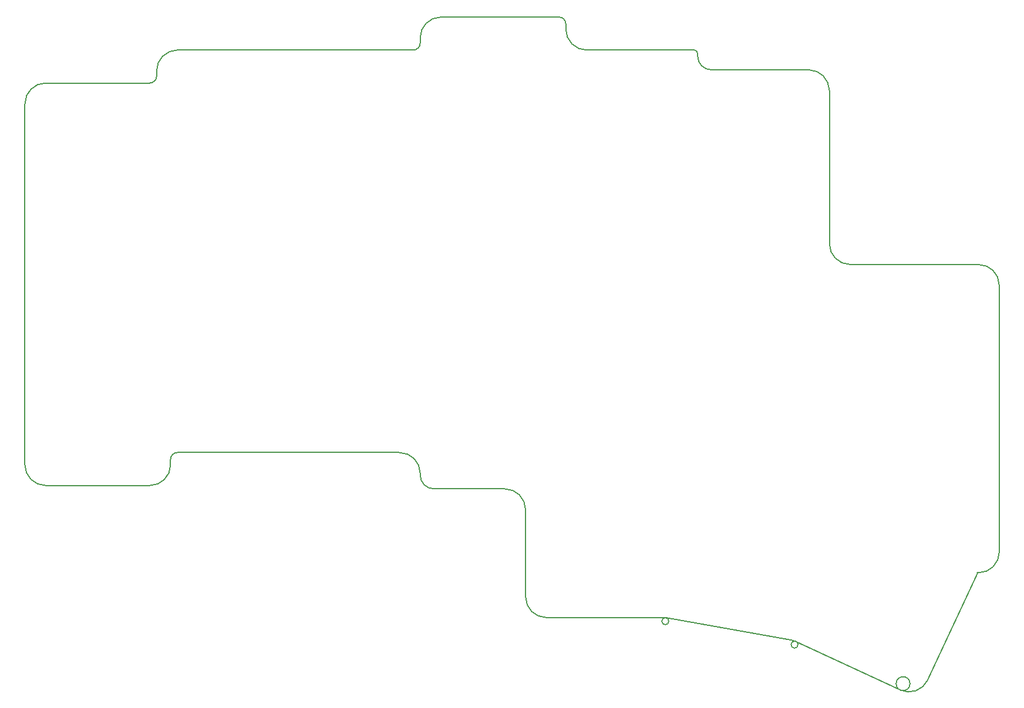
<source format=gbr>
%TF.GenerationSoftware,KiCad,Pcbnew,7.0.9*%
%TF.CreationDate,2024-08-18T04:48:21-07:00*%
%TF.ProjectId,left,6c656674-2e6b-4696-9361-645f70636258,v1.0.0*%
%TF.SameCoordinates,Original*%
%TF.FileFunction,Profile,NP*%
%FSLAX46Y46*%
G04 Gerber Fmt 4.6, Leading zero omitted, Abs format (unit mm)*
G04 Created by KiCad (PCBNEW 7.0.9) date 2024-08-18 04:48:21*
%MOMM*%
%LPD*%
G01*
G04 APERTURE LIST*
%TA.AperFunction,Profile*%
%ADD10C,0.150000*%
%TD*%
G04 APERTURE END LIST*
D10*
X189949550Y-105182900D02*
X189949550Y-105945400D01*
X150949550Y-111707900D02*
G75*
G03*
X151949550Y-110707900I0J1000000D01*
G01*
X229949550Y-107802900D02*
X229949550Y-107445400D01*
X151949550Y-109945400D02*
X151949550Y-110707900D01*
X231949550Y-109802900D02*
X245949550Y-109802900D01*
X229949550Y-107802900D02*
G75*
G03*
X231949550Y-109802900I2000000J0D01*
G01*
X154949550Y-106945400D02*
G75*
G03*
X151949550Y-109945400I0J-3000000D01*
G01*
X188949550Y-106945400D02*
G75*
G03*
X189949550Y-105945400I0J1000000D01*
G01*
X189949550Y-168282900D02*
G75*
G03*
X191949550Y-170282900I2000000J0D01*
G01*
X260576902Y-198410162D02*
G75*
G03*
X260576902Y-198410162I-1000000J0D01*
G01*
X244139023Y-192314739D02*
X259154284Y-199316470D01*
X189949550Y-168282900D02*
X189949550Y-168045400D01*
X205139550Y-185857900D02*
G75*
G03*
X208139550Y-188857900I3000000J0D01*
G01*
X210949550Y-103945400D02*
G75*
G03*
X213949550Y-106945400I3000000J0D01*
G01*
X135949550Y-111707900D02*
G75*
G03*
X132949550Y-114707900I1J-3000001D01*
G01*
X210949550Y-103945400D02*
X210949550Y-103182900D01*
X213949550Y-106945400D02*
X229449550Y-106945400D01*
X153949550Y-166807900D02*
X153949550Y-166045400D01*
X251949550Y-137902900D02*
X270449550Y-137902900D01*
X208139550Y-188857900D02*
X224860527Y-188857900D01*
X225381471Y-188903477D02*
X243392113Y-192079239D01*
X154949550Y-165045400D02*
G75*
G03*
X153949550Y-166045400I0J-1000000D01*
G01*
X248949550Y-112802900D02*
G75*
G03*
X245949550Y-109802900I-3000000J0D01*
G01*
X154949550Y-106945400D02*
X188949550Y-106945400D01*
X259154300Y-199316436D02*
G75*
G03*
X263141063Y-197865401I1267850J2718936D01*
G01*
X135949550Y-111707900D02*
X150949550Y-111707900D01*
X192949550Y-102182900D02*
G75*
G03*
X189949550Y-105182900I0J-3000000D01*
G01*
X263141062Y-197865401D02*
X270325573Y-182458169D01*
X248949550Y-134902900D02*
X248949550Y-112802900D01*
X135949550Y-169807900D02*
X150949550Y-169807900D01*
X189949550Y-168045400D02*
G75*
G03*
X186949550Y-165045400I-3000000J0D01*
G01*
X154949550Y-165045400D02*
X186949550Y-165045400D01*
X270449550Y-182402900D02*
G75*
G03*
X273449550Y-179402900I0J3000000D01*
G01*
X225381472Y-188903473D02*
G75*
G03*
X224860527Y-188857900I-520922J-2954427D01*
G01*
X273449550Y-140902900D02*
G75*
G03*
X270449550Y-137902900I-3000000J0D01*
G01*
X209949550Y-102182900D02*
X192949550Y-102182900D01*
X273449550Y-179402900D02*
X273449550Y-140902900D01*
X270325573Y-182458169D02*
X270207048Y-182402900D01*
X244139019Y-192314748D02*
G75*
G03*
X243392113Y-192079240I-1267869J-2718852D01*
G01*
X132949550Y-166807900D02*
X132949550Y-114707900D01*
X205139550Y-173282900D02*
G75*
G03*
X202139550Y-170282900I-3000000J0D01*
G01*
X248949550Y-134902900D02*
G75*
G03*
X251949550Y-137902900I3000000J0D01*
G01*
X191949550Y-170282900D02*
X202139550Y-170282900D01*
X205139550Y-185857900D02*
X205139550Y-173282900D01*
X270449550Y-182402900D02*
X270207048Y-182402900D01*
X225794647Y-189395881D02*
G75*
G03*
X225794647Y-189395881I-500000J0D01*
G01*
X210949550Y-103182900D02*
G75*
G03*
X209949550Y-102182900I-1000000J0D01*
G01*
X229949550Y-107445400D02*
G75*
G03*
X229449550Y-106945400I-500000J0D01*
G01*
X150949550Y-169807900D02*
G75*
G03*
X153949550Y-166807900I0J3000000D01*
G01*
X244427714Y-192767893D02*
G75*
G03*
X244427714Y-192767893I-500000J0D01*
G01*
X132949550Y-166807900D02*
G75*
G03*
X135949550Y-169807900I3000001J1D01*
G01*
M02*

</source>
